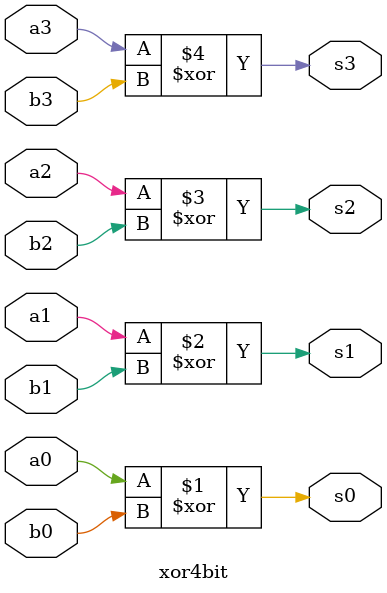
<source format=v>
module xor4bit(a0,a1,a2,a3,b0,b1,b2,b3,s0,s1,s2,s3);
	input a0,a1,a2,a3,b0,b1,b2,b3;
	output s0,s1,s2,s3;
	assign s0=a0^b0;
	assign s1=a1^b1;
	assign s2=a2^b2;
	assign s3=a3^b3;
endmodule

</source>
